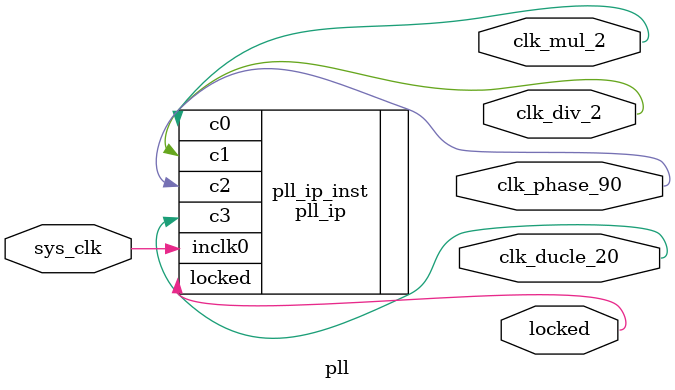
<source format=v>
module pll
(
    input   wire    sys_clk         ,   // 系统时钟
    
    output  wire    clk_mul_2       ,   // 2倍
    output  wire    clk_div_2       ,   // 2分
    output  wire    clk_phase_90    ,   // 相移90°
    output  wire    clk_ducle_20    ,   // 占空比20%时钟
    output  wire    locked          // 检测锁相环是否锁定
    
);


pll_ip pll_ip_inst
(
    .inclk0        (sys_clk       ),
    
    .c0            (clk_mul_2     ),
    .c1            (clk_div_2     ),
    .c2           (clk_phase_90  ),
    .c3            (clk_ducle_20  ),
    .locked        (locked    )
);

endmodule
</source>
